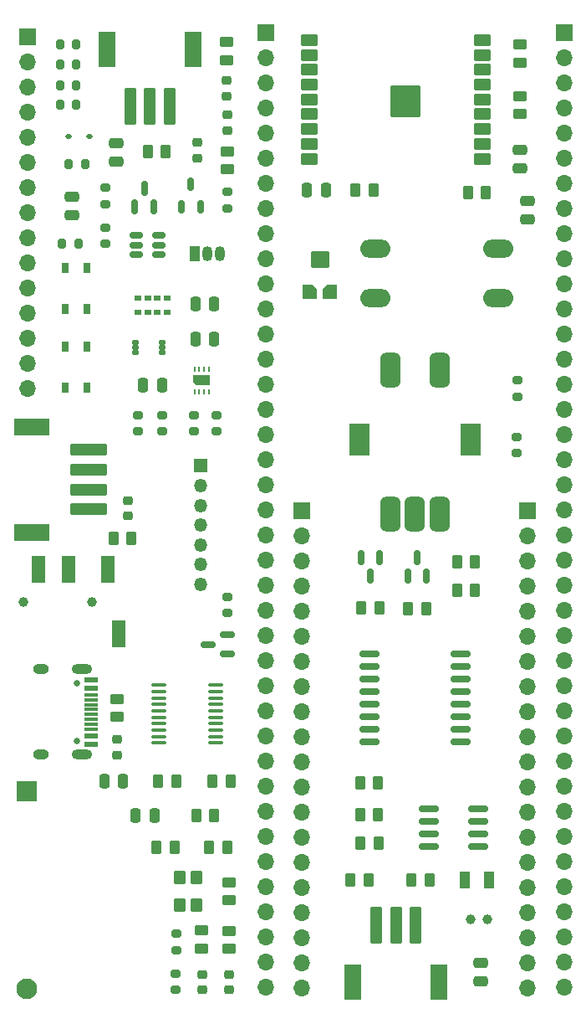
<source format=gts>
G04 #@! TF.GenerationSoftware,KiCad,Pcbnew,7.0.7*
G04 #@! TF.CreationDate,2024-01-09T19:06:28-05:00*
G04 #@! TF.ProjectId,sensor_node,73656e73-6f72-45f6-9e6f-64652e6b6963,rev?*
G04 #@! TF.SameCoordinates,Original*
G04 #@! TF.FileFunction,Soldermask,Top*
G04 #@! TF.FilePolarity,Negative*
%FSLAX46Y46*%
G04 Gerber Fmt 4.6, Leading zero omitted, Abs format (unit mm)*
G04 Created by KiCad (PCBNEW 7.0.7) date 2024-01-09 19:06:28*
%MOMM*%
%LPD*%
G01*
G04 APERTURE LIST*
G04 Aperture macros list*
%AMRoundRect*
0 Rectangle with rounded corners*
0 $1 Rounding radius*
0 $2 $3 $4 $5 $6 $7 $8 $9 X,Y pos of 4 corners*
0 Add a 4 corners polygon primitive as box body*
4,1,4,$2,$3,$4,$5,$6,$7,$8,$9,$2,$3,0*
0 Add four circle primitives for the rounded corners*
1,1,$1+$1,$2,$3*
1,1,$1+$1,$4,$5*
1,1,$1+$1,$6,$7*
1,1,$1+$1,$8,$9*
0 Add four rect primitives between the rounded corners*
20,1,$1+$1,$2,$3,$4,$5,0*
20,1,$1+$1,$4,$5,$6,$7,0*
20,1,$1+$1,$6,$7,$8,$9,0*
20,1,$1+$1,$8,$9,$2,$3,0*%
%AMFreePoly0*
4,1,6,0.500000,-0.850000,-0.500000,-0.850000,-0.500000,0.550000,-0.200000,0.850000,0.500000,0.850000,0.500000,-0.850000,0.500000,-0.850000,$1*%
G04 Aperture macros list end*
%ADD10R,1.350000X1.350000*%
%ADD11O,1.350000X1.350000*%
%ADD12RoundRect,0.102000X-0.750000X-0.450000X0.750000X-0.450000X0.750000X0.450000X-0.750000X0.450000X0*%
%ADD13RoundRect,0.102000X-1.445000X-1.475000X1.445000X-1.475000X1.445000X1.475000X-1.445000X1.475000X0*%
%ADD14R,1.000000X1.800000*%
%ADD15C,1.000000*%
%ADD16RoundRect,0.102000X-0.275000X-0.125000X0.275000X-0.125000X0.275000X0.125000X-0.275000X0.125000X0*%
%ADD17RoundRect,0.150000X-0.875000X-0.150000X0.875000X-0.150000X0.875000X0.150000X-0.875000X0.150000X0*%
%ADD18RoundRect,0.150000X0.825000X0.150000X-0.825000X0.150000X-0.825000X-0.150000X0.825000X-0.150000X0*%
%ADD19FreePoly0,90.000000*%
%ADD20R,0.250000X0.550000*%
%ADD21R,0.720000X0.600000*%
%ADD22RoundRect,0.250000X0.475000X-0.250000X0.475000X0.250000X-0.475000X0.250000X-0.475000X-0.250000X0*%
%ADD23C,0.650000*%
%ADD24R,1.450000X0.600000*%
%ADD25R,1.450000X0.300000*%
%ADD26O,1.600000X1.000000*%
%ADD27O,2.100000X1.000000*%
%ADD28RoundRect,0.250000X-0.475000X0.250000X-0.475000X-0.250000X0.475000X-0.250000X0.475000X0.250000X0*%
%ADD29RoundRect,0.250000X-0.262500X-0.450000X0.262500X-0.450000X0.262500X0.450000X-0.262500X0.450000X0*%
%ADD30O,1.050000X1.500000*%
%ADD31R,1.050000X1.500000*%
%ADD32RoundRect,0.250000X0.250000X0.475000X-0.250000X0.475000X-0.250000X-0.475000X0.250000X-0.475000X0*%
%ADD33RoundRect,0.250000X-0.250000X-0.475000X0.250000X-0.475000X0.250000X0.475000X-0.250000X0.475000X0*%
%ADD34RoundRect,0.200000X-0.275000X0.200000X-0.275000X-0.200000X0.275000X-0.200000X0.275000X0.200000X0*%
%ADD35RoundRect,0.200000X0.275000X-0.200000X0.275000X0.200000X-0.275000X0.200000X-0.275000X-0.200000X0*%
%ADD36RoundRect,0.250000X0.262500X0.450000X-0.262500X0.450000X-0.262500X-0.450000X0.262500X-0.450000X0*%
%ADD37RoundRect,0.250000X-0.450000X0.262500X-0.450000X-0.262500X0.450000X-0.262500X0.450000X0.262500X0*%
%ADD38RoundRect,0.250000X0.450000X-0.262500X0.450000X0.262500X-0.450000X0.262500X-0.450000X-0.262500X0*%
%ADD39RoundRect,0.218750X0.256250X-0.218750X0.256250X0.218750X-0.256250X0.218750X-0.256250X-0.218750X0*%
%ADD40RoundRect,0.218750X-0.256250X0.218750X-0.256250X-0.218750X0.256250X-0.218750X0.256250X0.218750X0*%
%ADD41R,1.700000X1.700000*%
%ADD42O,1.700000X1.700000*%
%ADD43O,3.048000X1.850000*%
%ADD44RoundRect,0.500000X0.500000X-1.250000X0.500000X1.250000X-0.500000X1.250000X-0.500000X-1.250000X0*%
%ADD45R,2.000000X3.200000*%
%ADD46RoundRect,0.150000X-0.150000X0.587500X-0.150000X-0.587500X0.150000X-0.587500X0.150000X0.587500X0*%
%ADD47RoundRect,0.150000X0.150000X-0.587500X0.150000X0.587500X-0.150000X0.587500X-0.150000X-0.587500X0*%
%ADD48RoundRect,0.200000X-0.200000X-0.275000X0.200000X-0.275000X0.200000X0.275000X-0.200000X0.275000X0*%
%ADD49RoundRect,0.102000X-0.600000X-1.250000X0.600000X-1.250000X0.600000X1.250000X-0.600000X1.250000X0*%
%ADD50R,2.100000X2.100000*%
%ADD51C,2.100000*%
%ADD52RoundRect,0.102000X-0.800000X-0.750000X0.800000X-0.750000X0.800000X0.750000X-0.800000X0.750000X0*%
%ADD53RoundRect,0.102000X0.450000X-0.600000X0.450000X0.600000X-0.450000X0.600000X-0.450000X-0.600000X0*%
%ADD54RoundRect,0.112500X0.187500X0.112500X-0.187500X0.112500X-0.187500X-0.112500X0.187500X-0.112500X0*%
%ADD55RoundRect,0.102000X-0.500000X-1.750000X0.500000X-1.750000X0.500000X1.750000X-0.500000X1.750000X0*%
%ADD56RoundRect,0.102000X-0.750000X-1.700000X0.750000X-1.700000X0.750000X1.700000X-0.750000X1.700000X0*%
%ADD57R,0.650000X1.050000*%
%ADD58RoundRect,0.200000X0.200000X0.275000X-0.200000X0.275000X-0.200000X-0.275000X0.200000X-0.275000X0*%
%ADD59RoundRect,0.100000X-0.637500X-0.100000X0.637500X-0.100000X0.637500X0.100000X-0.637500X0.100000X0*%
%ADD60RoundRect,0.150000X0.512500X0.150000X-0.512500X0.150000X-0.512500X-0.150000X0.512500X-0.150000X0*%
%ADD61RoundRect,0.150000X0.150000X-0.512500X0.150000X0.512500X-0.150000X0.512500X-0.150000X-0.512500X0*%
%ADD62RoundRect,0.150000X0.587500X0.150000X-0.587500X0.150000X-0.587500X-0.150000X0.587500X-0.150000X0*%
%ADD63RoundRect,0.102000X0.500000X1.750000X-0.500000X1.750000X-0.500000X-1.750000X0.500000X-1.750000X0*%
%ADD64RoundRect,0.102000X0.750000X1.700000X-0.750000X1.700000X-0.750000X-1.700000X0.750000X-1.700000X0*%
%ADD65RoundRect,0.102000X1.750000X-0.500000X1.750000X0.500000X-1.750000X0.500000X-1.750000X-0.500000X0*%
%ADD66RoundRect,0.102000X1.700000X-0.750000X1.700000X0.750000X-1.700000X0.750000X-1.700000X-0.750000X0*%
G04 APERTURE END LIST*
G36*
X176200000Y-69500000D02*
G01*
X176200000Y-70500000D01*
X174800000Y-70500000D01*
X174800000Y-69100000D01*
X175800000Y-69100000D01*
X176200000Y-69500000D01*
G37*
G36*
X178200000Y-70500000D02*
G01*
X176800000Y-70500000D01*
X176800000Y-69500000D01*
X177200000Y-69100000D01*
X178200000Y-69100000D01*
X178200000Y-70500000D01*
G37*
D10*
X164400000Y-87400000D03*
D11*
X164400000Y-89400000D03*
X164400000Y-91400000D03*
X164400000Y-93400000D03*
X164400000Y-95400000D03*
X164400000Y-97400000D03*
X164400000Y-99400000D03*
D12*
X175450000Y-44350000D03*
X175450000Y-45850000D03*
X175450000Y-47350000D03*
X175450000Y-48850000D03*
X175450000Y-50350000D03*
X175450000Y-51850000D03*
X175450000Y-53350000D03*
X175450000Y-54850000D03*
X175450000Y-56350000D03*
X192950000Y-56350000D03*
X192950000Y-54850000D03*
X192950000Y-53350000D03*
X192950000Y-51850000D03*
X192950000Y-50350000D03*
X192950000Y-48850000D03*
X192950000Y-47350000D03*
X192950000Y-45850000D03*
X192950000Y-44350000D03*
D13*
X185155000Y-50575000D03*
D14*
X191150000Y-129250000D03*
X193650000Y-129250000D03*
D15*
X191800000Y-133250000D03*
X193500000Y-133250000D03*
D16*
X157800000Y-74900000D03*
X157800000Y-75400000D03*
X157800000Y-75900000D03*
X160550000Y-75900000D03*
X160550000Y-75400000D03*
X160550000Y-74900000D03*
D17*
X181500000Y-106450000D03*
X181500000Y-107720000D03*
X181500000Y-108990000D03*
X181500000Y-110260000D03*
X181500000Y-111530000D03*
X181500000Y-112800000D03*
X181500000Y-114070000D03*
X181500000Y-115340000D03*
X190800000Y-115340000D03*
X190800000Y-114070000D03*
X190800000Y-112800000D03*
X190800000Y-111530000D03*
X190800000Y-110260000D03*
X190800000Y-108990000D03*
X190800000Y-107720000D03*
X190800000Y-106450000D03*
D18*
X192500000Y-125900000D03*
X192500000Y-124630000D03*
X192500000Y-123360000D03*
X192500000Y-122090000D03*
X187550000Y-122090000D03*
X187550000Y-123360000D03*
X187550000Y-124630000D03*
X187550000Y-125900000D03*
D19*
X164550000Y-78775000D03*
D20*
X163800000Y-77600000D03*
X164300000Y-77600000D03*
X164800000Y-77600000D03*
X165300000Y-77600000D03*
X165300000Y-79950000D03*
X164800000Y-79950000D03*
X164300000Y-79950000D03*
X163800000Y-79950000D03*
D21*
X158110000Y-71850000D03*
X159080000Y-71850000D03*
X160050000Y-71850000D03*
X161020000Y-71850000D03*
X161020000Y-70450000D03*
X160050000Y-70450000D03*
X159080000Y-70450000D03*
X158110000Y-70450000D03*
D22*
X197550000Y-60600000D03*
X197550000Y-62500000D03*
D23*
X151865000Y-115190000D03*
X151865000Y-109410000D03*
D24*
X153310000Y-109050000D03*
X153310000Y-109850000D03*
D25*
X153310000Y-111050000D03*
X153310000Y-112050000D03*
X153310000Y-112550000D03*
X153310000Y-113550000D03*
D24*
X153310000Y-114750000D03*
X153310000Y-115550000D03*
X153310000Y-115550000D03*
X153310000Y-114750000D03*
D25*
X153310000Y-114050000D03*
X153310000Y-113050000D03*
X153310000Y-111550000D03*
X153310000Y-110550000D03*
D24*
X153310000Y-109850000D03*
X153310000Y-109050000D03*
D26*
X148215000Y-107980000D03*
D27*
X152395000Y-107980000D03*
X152395000Y-116620000D03*
D26*
X148215000Y-116620000D03*
D28*
X192800000Y-137650000D03*
X192800000Y-139550000D03*
D29*
X163987500Y-122800000D03*
X165812500Y-122800000D03*
X165625000Y-119300000D03*
X167450000Y-119300000D03*
D30*
X166400000Y-65912500D03*
X165130000Y-65912500D03*
D31*
X163860000Y-65912500D03*
D32*
X156550000Y-119300000D03*
X154650000Y-119300000D03*
D33*
X158597500Y-79212500D03*
X160497500Y-79212500D03*
X163900000Y-74600000D03*
X165800000Y-74600000D03*
X163900000Y-71000000D03*
X165800000Y-71000000D03*
D28*
X151400000Y-60162500D03*
X151400000Y-62062500D03*
D33*
X157850000Y-122800000D03*
X159750000Y-122800000D03*
D28*
X196800000Y-57350000D03*
X196800000Y-55450000D03*
X155900000Y-54762500D03*
X155900000Y-56662500D03*
D32*
X177117500Y-59475000D03*
X175217500Y-59475000D03*
D34*
X196400000Y-84475000D03*
X196400000Y-86125000D03*
D35*
X196500000Y-80425000D03*
X196500000Y-78775000D03*
D36*
X182450000Y-125550000D03*
X180625000Y-125550000D03*
D29*
X193312500Y-59800000D03*
X191487500Y-59800000D03*
X181925000Y-59500000D03*
X180100000Y-59500000D03*
D37*
X196800000Y-51850000D03*
X196800000Y-50025000D03*
D29*
X165287500Y-126000000D03*
X167112500Y-126000000D03*
D38*
X167300000Y-131350000D03*
X167300000Y-129525000D03*
D36*
X182412500Y-122700000D03*
X180587500Y-122700000D03*
X187612500Y-129300000D03*
X185787500Y-129300000D03*
X182412500Y-119500000D03*
X180587500Y-119500000D03*
D29*
X160125000Y-119300000D03*
X161950000Y-119300000D03*
D36*
X179587500Y-129300000D03*
X181412500Y-129300000D03*
D38*
X156000000Y-112800000D03*
X156000000Y-110975000D03*
D36*
X157425000Y-94700000D03*
X155600000Y-94700000D03*
D39*
X155970000Y-116622500D03*
X155970000Y-115047500D03*
D40*
X157100000Y-90912500D03*
X157100000Y-92487500D03*
D41*
X146900000Y-44000000D03*
D42*
X146900000Y-46540000D03*
X146900000Y-49080000D03*
X146900000Y-51620000D03*
X146900000Y-54160000D03*
X146900000Y-56700000D03*
X146900000Y-59240000D03*
X146900000Y-61780000D03*
X146900000Y-64320000D03*
X146900000Y-66860000D03*
X146900000Y-69400000D03*
X146900000Y-71940000D03*
X146900000Y-74480000D03*
X146900000Y-77020000D03*
X146900000Y-79560000D03*
D38*
X196800000Y-44800000D03*
X196800000Y-46625000D03*
D43*
X182087500Y-65400000D03*
X194587500Y-65400000D03*
X182087500Y-70400000D03*
X194587500Y-70400000D03*
D44*
X183637500Y-92250000D03*
X188637500Y-92250000D03*
X186137500Y-92250000D03*
D45*
X180537500Y-84750000D03*
X191737500Y-84750000D03*
D44*
X188637500Y-77750000D03*
X183637500Y-77750000D03*
D46*
X181612500Y-98533750D03*
X180662500Y-96658750D03*
X182562500Y-96658750D03*
D36*
X187288750Y-101823750D03*
X185463750Y-101823750D03*
D29*
X182512500Y-101800000D03*
X180687500Y-101800000D03*
D47*
X186362500Y-96696250D03*
X187312500Y-98571250D03*
X185412500Y-98571250D03*
D41*
X171000000Y-43620000D03*
D42*
X171000000Y-46160000D03*
X171000000Y-48700000D03*
X171000000Y-51240000D03*
X171000000Y-53780000D03*
X171000000Y-56320000D03*
X171000000Y-58860000D03*
X171000000Y-61400000D03*
X171000000Y-63940000D03*
X171000000Y-66480000D03*
X171000000Y-69020000D03*
X171000000Y-71560000D03*
X171000000Y-74100000D03*
X171000000Y-76640000D03*
X171000000Y-79180000D03*
X171000000Y-81720000D03*
X171000000Y-84260000D03*
X171000000Y-86800000D03*
X171000000Y-89340000D03*
X171000000Y-91880000D03*
X171000000Y-94420000D03*
X171000000Y-96960000D03*
X171000000Y-99500000D03*
X171000000Y-102040000D03*
X171000000Y-104580000D03*
X171000000Y-107120000D03*
X171000000Y-109660000D03*
X171000000Y-112200000D03*
X171000000Y-114740000D03*
X171000000Y-117280000D03*
X171000000Y-119820000D03*
X171000000Y-122360000D03*
X171000000Y-124900000D03*
X171000000Y-127440000D03*
X171000000Y-129980000D03*
X171000000Y-132520000D03*
X171000000Y-135060000D03*
X171000000Y-137600000D03*
X171000000Y-140140000D03*
D29*
X190387500Y-100000000D03*
X192212500Y-100000000D03*
D36*
X190400000Y-97100000D03*
X192225000Y-97100000D03*
D29*
X161800000Y-126000000D03*
X159975000Y-126000000D03*
D37*
X167090000Y-46385000D03*
X167090000Y-44560000D03*
D41*
X201230000Y-43620000D03*
D42*
X201230000Y-46160000D03*
X201230000Y-48700000D03*
X201230000Y-51240000D03*
X201230000Y-53780000D03*
X201230000Y-56320000D03*
X201230000Y-58860000D03*
X201230000Y-61400000D03*
X201230000Y-63940000D03*
X201230000Y-66480000D03*
X201230000Y-69020000D03*
X201230000Y-71560000D03*
X201230000Y-74100000D03*
X201230000Y-76640000D03*
X201230000Y-79180000D03*
X201230000Y-81720000D03*
X201230000Y-84260000D03*
X201230000Y-86800000D03*
X201230000Y-89340000D03*
X201230000Y-91880000D03*
X201230000Y-94420000D03*
X201230000Y-96960000D03*
X201230000Y-99500000D03*
X201230000Y-102040000D03*
X201230000Y-104580000D03*
X201230000Y-107120000D03*
X201230000Y-109660000D03*
X201230000Y-112200000D03*
X201230000Y-114740000D03*
X201230000Y-117280000D03*
X201230000Y-119820000D03*
X201230000Y-122360000D03*
X201230000Y-124900000D03*
X201230000Y-127440000D03*
X201230000Y-129980000D03*
X201230000Y-132520000D03*
X201230000Y-135060000D03*
X201230000Y-137600000D03*
X201230000Y-140140000D03*
D48*
X151850000Y-46812500D03*
X150200000Y-46812500D03*
D34*
X167100000Y-59687500D03*
X167100000Y-61337500D03*
D49*
X148044250Y-97887500D03*
X151044250Y-97887500D03*
X155044250Y-97887500D03*
X156144250Y-104387500D03*
D15*
X153444250Y-101137500D03*
X146444250Y-101137500D03*
D35*
X166072500Y-83937500D03*
X166072500Y-82287500D03*
X167140000Y-102300000D03*
X167140000Y-100650000D03*
D34*
X154800000Y-59287500D03*
X154800000Y-60937500D03*
D36*
X159087500Y-55622500D03*
X160912500Y-55622500D03*
D38*
X167300000Y-136237500D03*
X167300000Y-134412500D03*
D34*
X154800000Y-63287500D03*
X154800000Y-64937500D03*
D50*
X146800000Y-120300000D03*
D51*
X146800000Y-140300000D03*
D52*
X176500000Y-66550000D03*
D34*
X163772500Y-82262500D03*
X163772500Y-83912500D03*
X162000000Y-134737500D03*
X162000000Y-136387500D03*
D47*
X157773344Y-61199448D03*
X159673344Y-61199448D03*
X158723344Y-59324448D03*
D35*
X158072500Y-82262500D03*
X158072500Y-83912500D03*
D53*
X162300000Y-131800000D03*
X162300000Y-129000000D03*
X164000000Y-129000000D03*
X164000000Y-131800000D03*
D54*
X153150000Y-54062500D03*
X151050000Y-54062500D03*
D55*
X161300000Y-51012500D03*
X159300000Y-51012500D03*
X157300000Y-51012500D03*
D56*
X163650000Y-45262500D03*
X154950000Y-45262500D03*
D34*
X160572500Y-83912500D03*
X160572500Y-82262500D03*
D57*
X150750000Y-79500000D03*
X150750000Y-75350000D03*
X152900000Y-79500000D03*
X152900000Y-75350000D03*
D48*
X151850000Y-50912500D03*
X150200000Y-50912500D03*
D58*
X151825000Y-48912500D03*
X150175000Y-48912500D03*
D35*
X161900000Y-140412500D03*
X161900000Y-138762500D03*
D59*
X160212500Y-109565685D03*
X160212500Y-110215685D03*
X160212500Y-110865685D03*
X160212500Y-111515685D03*
X160212500Y-112165685D03*
X160212500Y-112815685D03*
X160212500Y-113465685D03*
X160212500Y-114115685D03*
X160212500Y-114765685D03*
X160212500Y-115415685D03*
X165937500Y-115415685D03*
X165937500Y-114765685D03*
X165937500Y-114115685D03*
X165937500Y-113465685D03*
X165937500Y-112815685D03*
X165937500Y-112165685D03*
X165937500Y-111515685D03*
X165937500Y-110865685D03*
X165937500Y-110215685D03*
X165937500Y-109565685D03*
D57*
X152900000Y-67350000D03*
X152900000Y-71500000D03*
X150750000Y-67350000D03*
X150750000Y-71500000D03*
D48*
X152725000Y-56862500D03*
X151075000Y-56862500D03*
D37*
X164530000Y-136200000D03*
X164530000Y-134375000D03*
D60*
X160200000Y-66012500D03*
X160200000Y-65062500D03*
X160200000Y-64112500D03*
X157925000Y-64112500D03*
X157925000Y-65062500D03*
X157925000Y-66012500D03*
D61*
X162500000Y-61212500D03*
X164400000Y-61212500D03*
X163450000Y-58937500D03*
D40*
X167100000Y-53500000D03*
X167100000Y-51925000D03*
D62*
X167100000Y-106400000D03*
X167100000Y-104500000D03*
X165225000Y-105450000D03*
D42*
X197536000Y-140200000D03*
X197536000Y-137660000D03*
X197536000Y-135120000D03*
X197536000Y-132580000D03*
X197536000Y-130040000D03*
X197536000Y-127500000D03*
X197536000Y-124960000D03*
X197536000Y-122420000D03*
X197536000Y-119880000D03*
X197536000Y-117340000D03*
X197536000Y-114800000D03*
X197536000Y-112260000D03*
X197536000Y-109720000D03*
X197536000Y-107180000D03*
X197536000Y-104640000D03*
X197536000Y-102100000D03*
X197536000Y-99560000D03*
X197536000Y-97020000D03*
X197536000Y-94480000D03*
D41*
X197536000Y-91940000D03*
D42*
X174676000Y-140200000D03*
X174676000Y-137660000D03*
X174676000Y-135120000D03*
X174676000Y-132580000D03*
X174676000Y-130040000D03*
X174676000Y-127500000D03*
X174676000Y-124960000D03*
X174676000Y-122420000D03*
X174676000Y-119880000D03*
X174676000Y-117340000D03*
X174676000Y-114800000D03*
X174676000Y-112260000D03*
X174676000Y-109720000D03*
X174676000Y-107180000D03*
X174676000Y-104640000D03*
X174676000Y-102100000D03*
X174676000Y-99560000D03*
X174676000Y-97020000D03*
X174676000Y-94480000D03*
D41*
X174676000Y-91940000D03*
D63*
X182200000Y-133825000D03*
X184200000Y-133825000D03*
X186200000Y-133825000D03*
D64*
X179850000Y-139575000D03*
X188550000Y-139575000D03*
D65*
X153075000Y-85800000D03*
X153075000Y-87800000D03*
X153075000Y-89800000D03*
X153075000Y-91800000D03*
D66*
X147325000Y-83450000D03*
X147325000Y-94150000D03*
D40*
X167300000Y-138812500D03*
X167300000Y-140387500D03*
D39*
X167090000Y-48425000D03*
X167090000Y-50000000D03*
D40*
X164100000Y-56300000D03*
X164100000Y-54725000D03*
D58*
X150200000Y-44812500D03*
X151850000Y-44812500D03*
X150375000Y-64912500D03*
X152025000Y-64912500D03*
D39*
X164600000Y-140385000D03*
X164600000Y-138810000D03*
D38*
X167100000Y-57425000D03*
X167100000Y-55600000D03*
M02*

</source>
